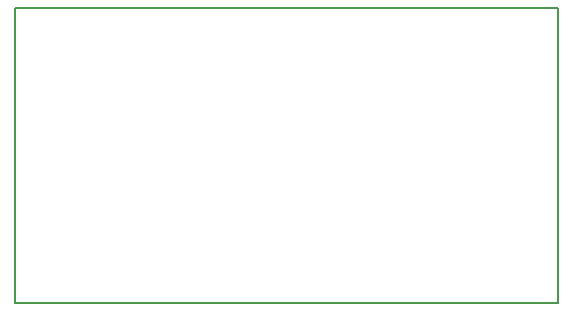
<source format=gko>
G04*
G04 #@! TF.GenerationSoftware,Altium Limited,Altium Designer,18.0.11 (651)*
G04*
G04 Layer_Color=16711935*
%FSLAX43Y43*%
%MOMM*%
G71*
G01*
G75*
%ADD10C,0.200*%
D10*
X0Y0D02*
Y25000D01*
X46000D01*
Y0D02*
Y25000D01*
X0Y0D02*
X46000D01*
M02*

</source>
